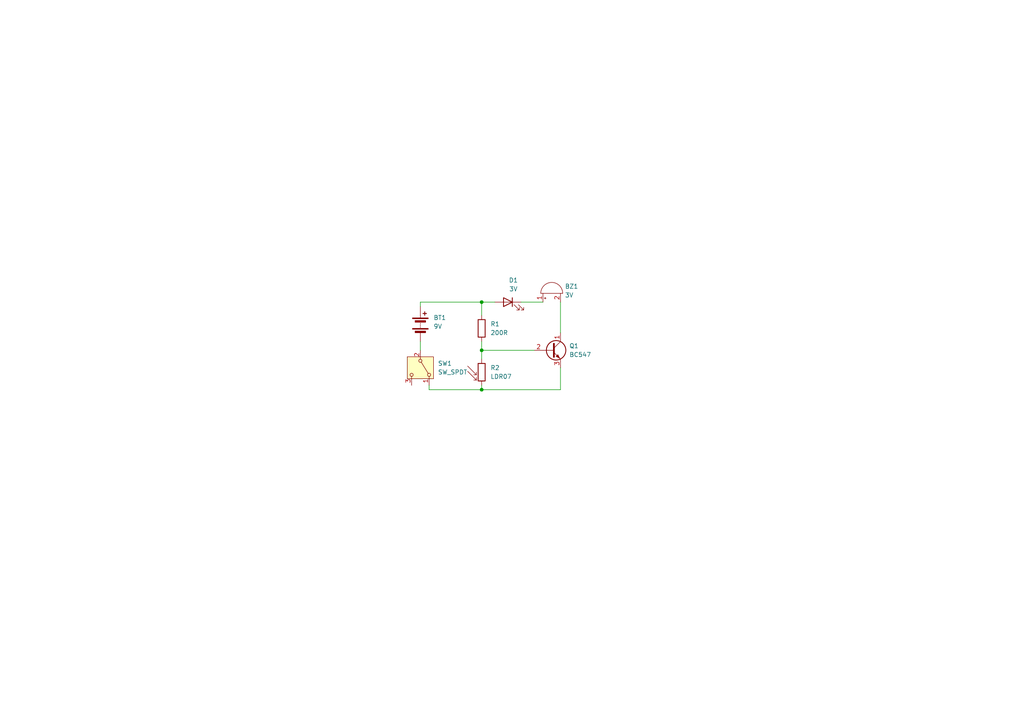
<source format=kicad_sch>
(kicad_sch (version 20250114) (generator "eeschema") (generator_version "9.0")
  (paper "A4")
  (lib_symbols
    (symbol "Device:Battery" (pin_numbers (hide yes)) (pin_names (offset 0) (hide yes))
      (property "Reference" "BT" (at 2.54 2.54 0))
      (property "Value" "Battery" (at 2.54 0 0))
      (symbol "Battery_0_1"
        (rectangle (start -2.286 1.778) (end 2.286 1.524) (fill (type outline)))
        (rectangle (start -2.286 -1.27) (end 2.286 -1.524) (fill (type outline)))
        (rectangle (start -1.524 1.016) (end 1.524 0.508) (fill (type outline)))
        (rectangle (start -1.524 -2.032) (end 1.524 -2.54) (fill (type outline)))
        (polyline (pts (xy 0 1.778) (xy 0 2.54)))
        (polyline (pts (xy 0 0) (xy 0 0.254)))
        (polyline (pts (xy 0 -0.508) (xy 0 -0.254)))
        (polyline (pts (xy 0 -1.016) (xy 0 -0.762)))
        (polyline (pts (xy 0.762 3.048) (xy 1.778 3.048)) (stroke (width 0.254)))
        (polyline (pts (xy 1.27 3.556) (xy 1.27 2.54)) (stroke (width 0.254)))
      )
      (symbol "Battery_1_1"
        (pin passive line (at 0 5.08 270) (length 2.54) (name "+") (number "1"))
        (pin passive line (at 0 -5.08 90) (length 2.54) (name "-") (number "2"))
      )
    )
    (symbol "Device:Buzzer" (pin_names (offset 0.0254) (hide yes))
      (property "Reference" "BZ" (at 3.81 1.27 0))
      (property "Value" "Buzzer" (at 3.81 -1.27 0))
      (symbol "Buzzer_0_1"
        (polyline (pts (xy -1.651 1.905) (xy -1.143 1.905)))
        (polyline (pts (xy -1.397 2.159) (xy -1.397 1.651)))
        (arc (start 0 3.175) (mid 3.1612 0) (end 0 -3.175))
        (polyline (pts (xy 0 3.175) (xy 0 -3.175)))
      )
      (symbol "Buzzer_1_1"
        (pin passive line (at -2.54 2.54 0) (length 2.54) (name "+") (number "1"))
        (pin passive line (at -2.54 -2.54 0) (length 2.54) (name "-") (number "2"))
      )
    )
    (symbol "Device:LED" (pin_numbers (hide yes)) (pin_names (offset 1.016) (hide yes))
      (property "Reference" "D" (at 0 2.54 0))
      (property "Value" "LED" (at 0 -2.54 0))
      (symbol "LED_0_1"
        (polyline (pts (xy -3.048 -0.762) (xy -4.572 -2.286) (xy -3.81 -2.286) (xy -4.572 -2.286) (xy -4.572 -1.524)))
        (polyline (pts (xy -1.778 -0.762) (xy -3.302 -2.286) (xy -2.54 -2.286) (xy -3.302 -2.286) (xy -3.302 -1.524)))
        (polyline (pts (xy -1.27 0) (xy 1.27 0)))
        (polyline (pts (xy -1.27 -1.27) (xy -1.27 1.27)) (stroke (width 0.254)))
        (polyline (pts (xy 1.27 -1.27) (xy 1.27 1.27) (xy -1.27 0) (xy 1.27 -1.27)) (stroke (width 0.254)))
      )
      (symbol "LED_1_1"
        (pin passive line (at -3.81 0 0) (length 2.54) (name "K") (number "1"))
        (pin passive line (at 3.81 0 180) (length 2.54) (name "A") (number "2"))
      )
    )
    (symbol "Device:R" (pin_numbers (hide yes)) (pin_names (offset 0))
      (property "Reference" "R" (at 2.032 0 90))
      (property "Value" "R" (at 0 0 90))
      (symbol "R_0_1"
        (rectangle (start -1.016 -2.54) (end 1.016 2.54) (stroke (width 0.254)))
      )
      (symbol "R_1_1"
        (pin passive line (at 0 3.81 270) (length 1.27) (name "~") (number "1"))
        (pin passive line (at 0 -3.81 90) (length 1.27) (name "~") (number "2"))
      )
    )
    (symbol "Sensor_Optical:LDR07" (pin_numbers (hide yes)) (pin_names (offset 0))
      (property "Reference" "R" (at -5.08 0 90))
      (property "Value" "LDR07" (at 1.905 0 90))
      (symbol "LDR07_0_1"
        (polyline (pts (xy -1.524 -0.762) (xy -4.064 1.778)))
        (polyline (pts (xy -1.524 -0.762) (xy -2.286 -0.762)))
        (polyline (pts (xy -1.524 -0.762) (xy -1.524 0)))
        (polyline (pts (xy -1.524 -2.286) (xy -4.064 0.254)))
        (polyline (pts (xy -1.524 -2.286) (xy -2.286 -2.286)))
        (polyline (pts (xy -1.524 -2.286) (xy -1.524 -1.524)))
        (rectangle (start -1.016 2.54) (end 1.016 -2.54) (stroke (width 0.254)))
      )
      (symbol "LDR07_1_1"
        (pin passive line (at 0 3.81 270) (length 1.27) (name "~") (number "1"))
        (pin passive line (at 0 -3.81 90) (length 1.27) (name "~") (number "2"))
      )
    )
    (symbol "Switch:SW_SPDT" (pin_names (offset 0) (hide yes))
      (property "Reference" "SW" (at 0 5.08 0))
      (property "Value" "SW_SPDT" (at 0 -5.08 0))
      (symbol "SW_SPDT_0_1"
        (circle (center -2.032 0) (radius 0.4572))
        (polyline (pts (xy -1.651 0.254) (xy 1.651 2.286)))
        (circle (center 2.032 2.54) (radius 0.4572))
        (circle (center 2.032 -2.54) (radius 0.4572))
      )
      (symbol "SW_SPDT_1_1"
        (rectangle (start -3.175 3.81) (end 3.175 -3.81) (fill (type background)))
        (pin passive line (at -5.08 0 0) (length 2.54) (name "B") (number "2"))
        (pin passive line (at 5.08 2.54 180) (length 2.54) (name "A") (number "1"))
        (pin passive line (at 5.08 -2.54 180) (length 2.54) (name "C") (number "3"))
      )
    )
    (symbol "Transistor_BJT:BC547" (pin_names (offset 0) (hide yes))
      (property "Reference" "Q" (at 5.08 1.905 0))
      (property "Value" "BC547" (at 5.08 0 0))
      (symbol "BC547_0_1"
        (polyline (pts (xy -2.54 0) (xy 0.635 0)))
        (polyline (pts (xy 0.635 1.905) (xy 0.635 -1.905)) (stroke (width 0.508)))
        (circle (center 1.27 0) (radius 2.8194) (stroke (width 0.254)))
      )
      (symbol "BC547_1_1"
        (polyline (pts (xy 0.635 0.635) (xy 2.54 2.54)))
        (polyline (pts (xy 0.635 -0.635) (xy 2.54 -2.54)))
        (polyline (pts (xy 1.27 -1.778) (xy 1.778 -1.27) (xy 2.286 -2.286) (xy 1.27 -1.778)) (fill (type outline)))
        (pin input line (at -5.08 0 0) (length 2.54) (name "B") (number "2"))
        (pin passive line (at 2.54 5.08 270) (length 2.54) (name "C") (number "1"))
        (pin passive line (at 2.54 -5.08 90) (length 2.54) (name "E") (number "3"))
      )
    )
  )
  (junction (at 139.7 87.63))
  (junction (at 139.7 101.6))
  (junction (at 139.7 113.03))
  (wire (pts (xy 139.7 99.06) (xy 139.7 101.6)))
  (wire (pts (xy 139.7 87.63) (xy 121.92 87.63)))
  (wire (pts (xy 121.92 87.63) (xy 121.92 88.9)))
  (wire (pts (xy 139.7 113.03) (xy 139.7 111.76)))
  (wire (pts (xy 162.56 113.03) (xy 139.7 113.03)))
  (wire (pts (xy 139.7 87.63) (xy 139.7 91.44)))
  (wire (pts (xy 139.7 101.6) (xy 139.7 104.14)))
  (wire (pts (xy 124.46 113.03) (xy 139.7 113.03)))
  (wire (pts (xy 151.13 87.63) (xy 157.48 87.63)))
  (wire (pts (xy 154.94 101.6) (xy 139.7 101.6)))
  (wire (pts (xy 124.46 111.76) (xy 124.46 113.03)))
  (wire (pts (xy 162.56 106.68) (xy 162.56 113.03)))
  (wire (pts (xy 143.51 87.63) (xy 139.7 87.63)))
  (wire (pts (xy 162.56 87.63) (xy 162.56 96.52)))
  (wire (pts (xy 121.92 99.06) (xy 121.92 101.6)))
  (symbol (lib_id "Switch:SW_SPDT") (at 121.92 106.68 270) (unit 1)
    (property "Reference" "SW1" (at 127 105.4099 90) (effects (justify left)))
    (property "Value" "SW_SPDT" (at 127 107.9499 90) (effects (justify left)))
    (property "Footprint" "Button_Switch_THT:SW_CK_JS202011CQN_DPDT_Straight" (effects (hide yes)))
    (property "Description" "Switch, single pole double throw" (effects (hide yes)))
  )
  (symbol (lib_id "Device:LED") (at 147.32 87.63 0) (mirror y) (unit 1)
    (property "Reference" "D1" (at 148.9075 81.28 0))
    (property "Value" "3V" (at 148.9075 83.82 0))
    (property "Footprint" "LED_THT:LED_D5.0mm_Clear" (effects (hide yes)))
    (property "Description" "Light emitting diode" (effects (hide yes)))
    (property "Sim.Pins" "1=K 2=A" (effects (hide yes)))
  )
  (symbol (lib_id "Device:Battery") (at 121.92 93.98 0) (unit 1)
    (property "Reference" "BT1" (at 125.73 92.1384 0) (effects (justify left)))
    (property "Value" "9V" (at 125.73 94.6784 0) (effects (justify left)))
    (property "Footprint" "Custom_Footprints:Battery" (effects (hide yes)))
    (property "Description" "Multiple-cell battery" (effects (hide yes)))
  )
  (symbol (lib_id "Transistor_BJT:BC547") (at 160.02 101.6 0) (unit 1)
    (property "Reference" "Q1" (at 165.1 100.3299 0) (effects (justify left)))
    (property "Value" "BC547" (at 165.1 102.8699 0) (effects (justify left)))
    (property "Footprint" "Package_TO_SOT_THT:TO-92_Inline" (effects (hide yes)))
    (property "Datasheet" "https://www.onsemi.com/pub/Collateral/BC550-D.pdf" (effects (hide yes)))
    (property "Description" "0.1A Ic, 45V Vce, Small Signal NPN Transistor, TO-92" (effects (hide yes)))
  )
  (symbol (lib_id "Device:Buzzer") (at 160.02 85.09 90) (unit 1)
    (property "Reference" "BZ1" (at 163.83 83.0648 90) (effects (justify right)))
    (property "Value" "3V" (at 163.83 85.6048 90) (effects (justify right)))
    (property "Footprint" "Buzzer_Beeper:Buzzer_15x7.5RM7.6" (effects (hide yes)))
    (property "Description" "Buzzer, polarized" (effects (hide yes)))
  )
  (symbol (lib_id "Sensor_Optical:LDR07") (at 139.7 107.95 0) (unit 1)
    (property "Reference" "R2" (at 142.24 106.6799 0) (effects (justify left)))
    (property "Value" "LDR07" (at 142.24 109.2199 0) (effects (justify left)))
    (property "Footprint" "OptoDevice:R_LDR_5.1x4.3mm_P3.4mm_Vertical" (effects (hide yes)))
    (property "Datasheet" "http://www.tme.eu/de/Document/f2e3ad76a925811312d226c31da4cd7e/LDR07.pdf" (effects (hide yes)))
    (property "Description" "light dependent resistor" (effects (hide yes)))
  )
  (symbol (lib_id "Device:R") (at 139.7 95.25 0) (unit 1)
    (property "Reference" "R1" (at 142.24 93.9799 0) (effects (justify left)))
    (property "Value" "200R" (at 142.24 96.5199 0) (effects (justify left)))
    (property "Footprint" "Resistor_THT:R_Axial_DIN0207_L6.3mm_D2.5mm_P10.16mm_Horizontal" (effects (hide yes)))
    (property "Description" "Resistor" (effects (hide yes)))
  )
)
</source>
